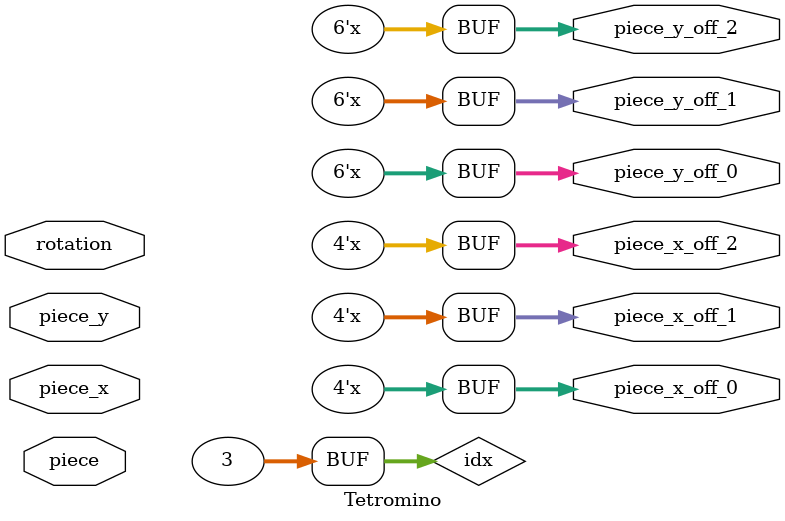
<source format=v>
`timescale 1ns / 1ps


module Tetromino(
    input [2:0] piece,
    input [3:0] piece_x,
    input [5:0] piece_y,
    input [1:0] rotation,
    
    output reg [3:0] piece_x_off_0,
    output reg [5:0] piece_y_off_0,
    output reg [3:0] piece_x_off_1,
    output reg [5:0] piece_y_off_1,
    output reg [3:0] piece_x_off_2,
    output reg [5:0] piece_y_off_2
    );
    parameter BOARD_EMPTY = 0;
    parameter BOARD_L = 1;
    parameter BOARD_J = 2;
    parameter BOARD_I = 3;
    parameter BOARD_O = 4;
    parameter BOARD_Z = 5;
    parameter BOARD_S = 6;
    parameter BOARD_T = 7;
    
    parameter ROTATION_0 = 0;
    parameter ROTATION_1 = 1;
    parameter ROTATION_2 = 2;
    parameter ROTATION_3 = 3;

    integer idx;

    reg signed [3:0] x_off[0:2];
    reg signed [5:0] y_off[0:2];
    reg signed [3:0] x_rot_off[0:2];
    reg signed [5:0] y_rot_off[0:2];
    
    always @(*) begin
        case (piece)
            BOARD_L: begin
                x_off[0] <=  1; y_off[0] <=  0;
                x_off[1] <= -1; y_off[1] <=  0;
                x_off[2] <=  1; y_off[2] <=  1;
            end
            BOARD_J: begin
                x_off[0] <=  1; y_off[0] <=  0;
                x_off[1] <= -1; y_off[1] <=  0;
                x_off[2] <= -1; y_off[2] <=  1;
            end
            BOARD_I: begin
                x_off[0] <=  1; y_off[0] <=  0;
                x_off[1] <= -1; y_off[1] <=  0;
                x_off[2] <=  2; y_off[2] <=  0;
            end
            BOARD_O: begin
                x_off[0] <=  1; y_off[0] <=  0;
                x_off[1] <=  1; y_off[1] <=  1;
                x_off[2] <=  0; y_off[2] <=  1;
            end
            BOARD_Z: begin
                x_off[0] <=  0; y_off[0] <=  1;
                x_off[1] <= -1; y_off[1] <=  1;
                x_off[2] <=  1; y_off[2] <=  0;
            end
            BOARD_S: begin
                x_off[0] <=  0; y_off[0] <=  1;
                x_off[1] <=  1; y_off[1] <=  1;
                x_off[2] <= -1; y_off[2] <=  0;
            end
            BOARD_T: begin
                x_off[0] <= -1; y_off[0] <=  0;
                x_off[1] <=  1; y_off[1] <=  0;
                x_off[2] <=  0; y_off[2] <=  1;
            end
        endcase

        for (idx = 0; idx <= 2; idx = idx + 1) begin
            case (rotation)
                ROTATION_0: begin
                    x_rot_off[idx] <=  x_off[idx];
                    y_rot_off[idx] <=  y_off[idx];
                end
                ROTATION_1: begin
                    x_rot_off[idx] <=  y_off[idx];
                    y_rot_off[idx] <= -x_off[idx];
                end
                ROTATION_2: begin
                    x_rot_off[idx] <= -x_off[idx];
                    y_rot_off[idx] <= -y_off[idx];
                end
                ROTATION_3: begin
                    x_rot_off[idx] <= -y_off[idx];
                    y_rot_off[idx] <=  x_off[idx];
                end
            endcase
        end
        piece_x_off_0 <= x_rot_off[0] + piece_x;
        piece_y_off_0 <= y_rot_off[0] + piece_y;
        piece_x_off_1 <= x_rot_off[1] + piece_x;
        piece_y_off_1 <= y_rot_off[1] + piece_y;
        piece_x_off_2 <= x_rot_off[2] + piece_x;
        piece_y_off_2 <= y_rot_off[2] + piece_y;
    end
endmodule
</source>
